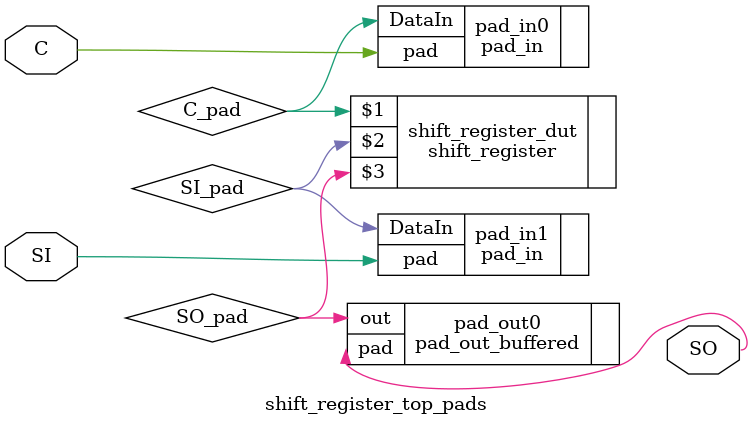
<source format=v>
`include "/research/ece/lnis-teaching/5710_6710_F20/Lab_files/HDL/padlib_tsmc180_innovus.v" 

`include "/research/ece/lnis-teaching/5710_6710_F20/Lab_files/HDL/shift_register_mapped.v" 


//Instantiate the TOP module
module shift_register_top_pads ( C, SI, SO );
  input C, SI;
  output SO;

//Instantiate the necessary pads. Here we need 2 inputs pads and 1 output pads.
pad_in pad_in0 (.pad(C), .DataIn(C_pad));
pad_in pad_in1 (.pad(SI), .DataIn(SI_pad));
pad_out_buffered pad_out0 (.pad(SO), .out(SO_pad));

//We also need 1 VDD and 1 GND pad
pad_vdd pad_vdd0 ();
pad_gnd pad_gnd0 ();

//We also need 4 corners pad so the pad ring is continous.
pad_corner corner0 ();
pad_corner corner1 ();
pad_corner corner2 ();
pad_corner corner3 ();

//Finally, we instantiate the verilog moduke obtained after synthesis.
shift_register shift_register_dut (C_pad, SI_pad, SO_pad);
endmodule

</source>
